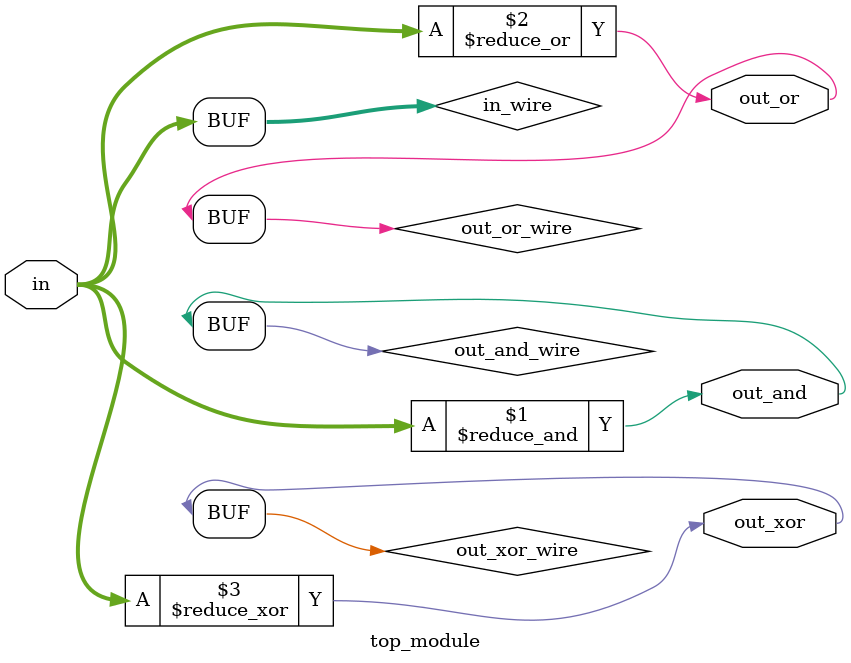
<source format=sv>
module top_module (
    input [99:0] in,
    output out_and,
    output out_or,
    output out_xor
);
    // Declaration of wire signals
    wire [99:0] in_wire;
    wire out_and_wire;
    wire out_or_wire;
    wire out_xor_wire;
    
    // Connections between input and wire signals
    assign in_wire = in;

    // Connection of gates to wire signals
    assign out_and_wire = &in_wire;
    assign out_or_wire = |in_wire;
    assign out_xor_wire = ^in_wire;
    
    // Connections between wire signals and outputs
    assign out_and = out_and_wire;
    assign out_or = out_or_wire;
    assign out_xor = out_xor_wire;
    
endmodule

</source>
